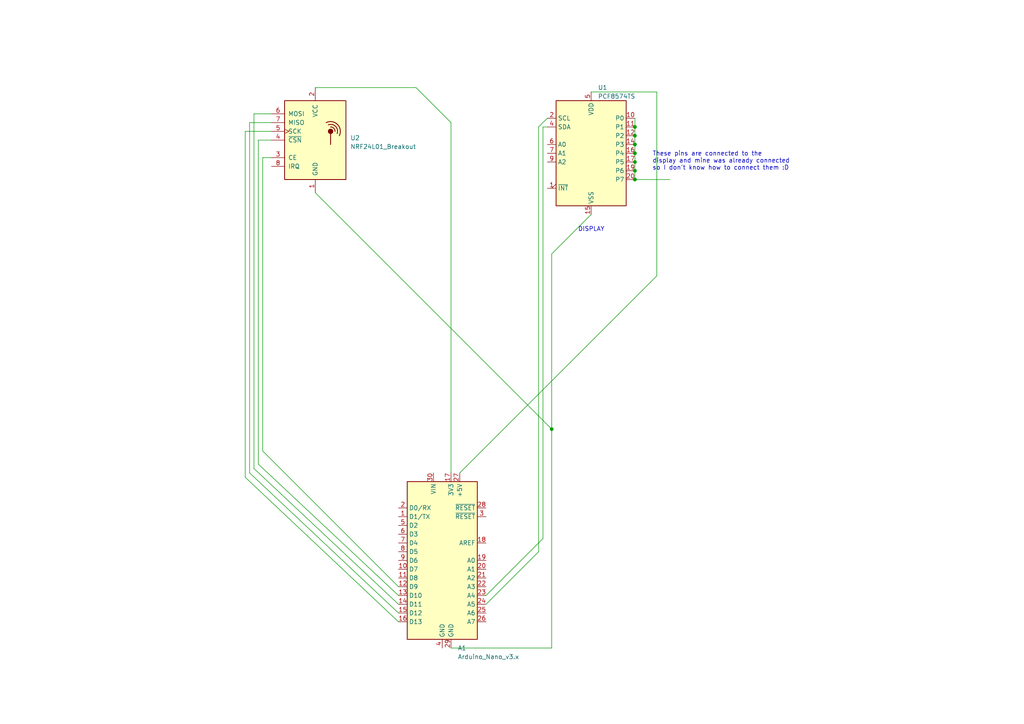
<source format=kicad_sch>
(kicad_sch (version 20230121) (generator eeschema)
  (paper "A4")
  (lib_symbols
    (symbol "Interface_Expansion:PCF8574TS"
      (property "Reference" "U" (at -8.89 16.51 0))
      (property "Value" "PCF8574TS" (at 3.81 16.51 0))
      (symbol "PCF8574TS_0_1"
        (rectangle (start -10.16 15.24) (end 10.16 -15.24) (stroke (width 0.254)) (fill (type background)))
      )
      (symbol "PCF8574TS_1_1"
        (pin open_collector output_low (at -12.7 -10.16 0) (length 2.54) (name "~{INT}") (number "1"))
        (pin bidirectional line (at 12.7 10.16 180) (length 2.54) (name "P0") (number "10"))
        (pin bidirectional line (at 12.7 7.62 180) (length 2.54) (name "P1") (number "11"))
        (pin bidirectional line (at 12.7 5.08 180) (length 2.54) (name "P2") (number "12"))
        (pin no_connect line (at -10.16 -5.08 0) (length 2.54) hide (name "NC") (number "13"))
        (pin bidirectional line (at 12.7 2.54 180) (length 2.54) (name "P3") (number "14"))
        (pin power_in line (at 0 -17.78 90) (length 2.54) (name "VSS") (number "15"))
        (pin bidirectional line (at 12.7 0 180) (length 2.54) (name "P4") (number "16"))
        (pin bidirectional line (at 12.7 -2.54 180) (length 2.54) (name "P5") (number "17"))
        (pin no_connect line (at -10.16 -7.62 0) (length 2.54) hide (name "NC") (number "18"))
        (pin bidirectional line (at 12.7 -5.08 180) (length 2.54) (name "P6") (number "19"))
        (pin input line (at -12.7 10.16 0) (length 2.54) (name "SCL") (number "2"))
        (pin bidirectional line (at 12.7 -7.62 180) (length 2.54) (name "P7") (number "20"))
        (pin no_connect line (at 10.16 -10.16 180) (length 2.54) hide (name "NC") (number "3"))
        (pin bidirectional line (at -12.7 7.62 0) (length 2.54) (name "SDA") (number "4"))
        (pin power_in line (at 0 17.78 270) (length 2.54) (name "VDD") (number "5"))
        (pin input line (at -12.7 2.54 0) (length 2.54) (name "A0") (number "6"))
        (pin input line (at -12.7 0 0) (length 2.54) (name "A1") (number "7"))
        (pin no_connect line (at 10.16 -12.7 180) (length 2.54) hide (name "NC") (number "8"))
        (pin input line (at -12.7 -2.54 0) (length 2.54) (name "A2") (number "9"))
      )
    )
    (symbol "MCU_Module:Arduino_Nano_v3.x"
      (property "Reference" "A" (at -10.16 23.495 0))
      (property "Value" "Arduino_Nano_v3.x" (at 5.08 -24.13 0))
      (symbol "Arduino_Nano_v3.x_0_1"
        (rectangle (start -10.16 22.86) (end 10.16 -22.86) (stroke (width 0.254)) (fill (type background)))
      )
      (symbol "Arduino_Nano_v3.x_1_1"
        (pin bidirectional line (at -12.7 12.7 0) (length 2.54) (name "D1/TX") (number "1"))
        (pin bidirectional line (at -12.7 -2.54 0) (length 2.54) (name "D7") (number "10"))
        (pin bidirectional line (at -12.7 -5.08 0) (length 2.54) (name "D8") (number "11"))
        (pin bidirectional line (at -12.7 -7.62 0) (length 2.54) (name "D9") (number "12"))
        (pin bidirectional line (at -12.7 -10.16 0) (length 2.54) (name "D10") (number "13"))
        (pin bidirectional line (at -12.7 -12.7 0) (length 2.54) (name "D11") (number "14"))
        (pin bidirectional line (at -12.7 -15.24 0) (length 2.54) (name "D12") (number "15"))
        (pin bidirectional line (at -12.7 -17.78 0) (length 2.54) (name "D13") (number "16"))
        (pin power_out line (at 2.54 25.4 270) (length 2.54) (name "3V3") (number "17"))
        (pin input line (at 12.7 5.08 180) (length 2.54) (name "AREF") (number "18"))
        (pin bidirectional line (at 12.7 0 180) (length 2.54) (name "A0") (number "19"))
        (pin bidirectional line (at -12.7 15.24 0) (length 2.54) (name "D0/RX") (number "2"))
        (pin bidirectional line (at 12.7 -2.54 180) (length 2.54) (name "A1") (number "20"))
        (pin bidirectional line (at 12.7 -5.08 180) (length 2.54) (name "A2") (number "21"))
        (pin bidirectional line (at 12.7 -7.62 180) (length 2.54) (name "A3") (number "22"))
        (pin bidirectional line (at 12.7 -10.16 180) (length 2.54) (name "A4") (number "23"))
        (pin bidirectional line (at 12.7 -12.7 180) (length 2.54) (name "A5") (number "24"))
        (pin bidirectional line (at 12.7 -15.24 180) (length 2.54) (name "A6") (number "25"))
        (pin bidirectional line (at 12.7 -17.78 180) (length 2.54) (name "A7") (number "26"))
        (pin power_out line (at 5.08 25.4 270) (length 2.54) (name "+5V") (number "27"))
        (pin input line (at 12.7 15.24 180) (length 2.54) (name "~{RESET}") (number "28"))
        (pin power_in line (at 2.54 -25.4 90) (length 2.54) (name "GND") (number "29"))
        (pin input line (at 12.7 12.7 180) (length 2.54) (name "~{RESET}") (number "3"))
        (pin power_in line (at -2.54 25.4 270) (length 2.54) (name "VIN") (number "30"))
        (pin power_in line (at 0 -25.4 90) (length 2.54) (name "GND") (number "4"))
        (pin bidirectional line (at -12.7 10.16 0) (length 2.54) (name "D2") (number "5"))
        (pin bidirectional line (at -12.7 7.62 0) (length 2.54) (name "D3") (number "6"))
        (pin bidirectional line (at -12.7 5.08 0) (length 2.54) (name "D4") (number "7"))
        (pin bidirectional line (at -12.7 2.54 0) (length 2.54) (name "D5") (number "8"))
        (pin bidirectional line (at -12.7 0 0) (length 2.54) (name "D6") (number "9"))
      )
    )
    (symbol "RF:NRF24L01_Breakout" (pin_names (offset 1.016))
      (property "Reference" "U" (at -8.89 12.7 0))
      (property "Value" "NRF24L01_Breakout" (at 3.81 12.7 0))
      (symbol "NRF24L01_Breakout_0_1"
        (rectangle (start -8.89 11.43) (end 8.89 -11.43) (stroke (width 0.254)) (fill (type background)))
        (polyline (pts (xy 4.445 1.905) (xy 4.445 -1.27)) (stroke (width 0.254)))
        (circle (center 4.445 2.54) (radius 0.635) (stroke (width 0.254)) (fill (type outline)))
        (arc (start 5.715 2.54) (mid 5.3521 3.4546) (end 4.445 3.81) (stroke (width 0.254)))
        (arc (start 6.35 1.905) (mid 5.8763 3.9854) (end 3.81 4.445) (stroke (width 0.254)))
        (arc (start 6.985 1.27) (mid 6.453 4.548) (end 3.175 5.08) (stroke (width 0.254)))
      )
      (symbol "NRF24L01_Breakout_1_1"
        (pin power_in line (at 0 -15.24 90) (length 3.81) (name "GND") (number "1"))
        (pin power_in line (at 0 15.24 270) (length 3.81) (name "VCC") (number "2"))
        (pin input line (at -12.7 -5.08 0) (length 3.81) (name "CE") (number "3"))
        (pin input line (at -12.7 0 0) (length 3.81) (name "~{CSN}") (number "4"))
        (pin input clock (at -12.7 2.54 0) (length 3.81) (name "SCK") (number "5"))
        (pin input line (at -12.7 7.62 0) (length 3.81) (name "MOSI") (number "6"))
        (pin output line (at -12.7 5.08 0) (length 3.81) (name "MISO") (number "7"))
        (pin output line (at -12.7 -7.62 0) (length 3.81) (name "IRQ") (number "8"))
      )
    )
  )
  (junction (at 184.15 52.07))
  (junction (at 184.15 44.45))
  (junction (at 160.02 124.46))
  (junction (at 184.15 46.99))
  (junction (at 184.15 49.53))
  (junction (at 184.15 41.91))
  (junction (at 184.15 36.83))
  (junction (at 184.15 39.37))
  (wire (pts (xy 76.2 130.81) (xy 115.57 170.18)))
  (wire (pts (xy 184.15 49.53) (xy 184.15 52.07)))
  (wire (pts (xy 72.39 35.56) (xy 72.39 137.16)))
  (wire (pts (xy 157.48 36.83) (xy 158.75 36.83)))
  (wire (pts (xy 156.21 36.83) (xy 158.75 34.29)))
  (wire (pts (xy 73.66 33.02) (xy 73.66 135.89)))
  (wire (pts (xy 171.45 26.67) (xy 190.5 26.67)))
  (wire (pts (xy 184.15 52.07) (xy 194.31 52.07)))
  (wire (pts (xy 76.2 45.72) (xy 76.2 130.81)))
  (wire (pts (xy 184.15 44.45) (xy 184.15 46.99)))
  (wire (pts (xy 74.93 134.62) (xy 115.57 172.72)))
  (wire (pts (xy 140.97 175.26) (xy 156.21 160.02)))
  (wire (pts (xy 160.02 124.46) (xy 91.44 55.88)))
  (wire (pts (xy 184.15 46.99) (xy 184.15 49.53)))
  (wire (pts (xy 72.39 35.56) (xy 78.74 35.56)))
  (wire (pts (xy 76.2 45.72) (xy 78.74 45.72)))
  (wire (pts (xy 91.44 25.4) (xy 120.65 25.4)))
  (wire (pts (xy 73.66 33.02) (xy 78.74 33.02)))
  (wire (pts (xy 184.15 39.37) (xy 184.15 41.91)))
  (wire (pts (xy 184.15 41.91) (xy 184.15 44.45)))
  (wire (pts (xy 157.48 36.83) (xy 157.48 156.21)))
  (wire (pts (xy 130.81 35.56) (xy 120.65 25.4)))
  (wire (pts (xy 156.21 160.02) (xy 156.21 36.83)))
  (wire (pts (xy 71.12 38.1) (xy 78.74 38.1)))
  (wire (pts (xy 130.81 137.16) (xy 130.81 35.56)))
  (wire (pts (xy 72.39 137.16) (xy 115.57 177.8)))
  (wire (pts (xy 184.15 34.29) (xy 184.15 36.83)))
  (wire (pts (xy 71.12 38.1) (xy 71.12 138.43)))
  (wire (pts (xy 73.66 135.89) (xy 115.57 175.26)))
  (wire (pts (xy 71.12 138.43) (xy 115.57 180.34)))
  (wire (pts (xy 160.02 73.66) (xy 171.45 62.23)))
  (wire (pts (xy 160.02 187.96) (xy 160.02 124.46)))
  (wire (pts (xy 184.15 36.83) (xy 184.15 39.37)))
  (wire (pts (xy 74.93 40.64) (xy 74.93 134.62)))
  (wire (pts (xy 157.48 156.21) (xy 140.97 172.72)))
  (wire (pts (xy 160.02 124.46) (xy 160.02 73.66)))
  (wire (pts (xy 190.5 80.01) (xy 133.35 137.16)))
  (wire (pts (xy 130.81 187.96) (xy 160.02 187.96)))
  (wire (pts (xy 190.5 26.67) (xy 190.5 80.01)))
  (wire (pts (xy 74.93 40.64) (xy 78.74 40.64)))
  (text "These pins are connected to the\ndisplay and mine was already connected\nso I don't know how to connect them :D\n" (at 189.23 49.53 0) (effects (font (size 1.27 1.27)) (justify left bottom)))
  (text "DISPLAY" (at 167.64 67.31 0) (effects (font (size 1.27 1.27)) (justify left bottom)))
  (symbol (lib_id "Interface_Expansion:PCF8574TS") (at 171.45 44.45 0) (unit 1)
    (property "Reference" "U1" (at 173.4059 25.4 0) (effects (justify left)))
    (property "Value" "PCF8574TS" (at 173.4059 27.94 0) (effects (justify left)))
    (property "Footprint" "Package_SO:SSOP-20_4.4x6.5mm_P0.65mm" (effects hide))
    (property "Datasheet" "http://www.nxp.com/documents/data_sheet/PCF8574_PCF8574A.pdf" (effects hide))
  )
  (symbol (lib_id "RF:NRF24L01_Breakout") (at 91.44 40.64 0) (unit 1)
    (property "Reference" "U2" (at 101.6 40.005 0) (effects (justify left)))
    (property "Value" "NRF24L01_Breakout" (at 101.6 42.545 0) (effects (justify left)))
    (property "Footprint" "RF_Module:nRF24L01_Breakout" (effects hide))
    (property "Datasheet" "http://www.nordicsemi.com/eng/content/download/2730/34105/file/nRF24L01_Product_Specification_v2_0.pdf" (effects hide))
  )
  (symbol (lib_id "MCU_Module:Arduino_Nano_v3.x") (at 128.27 162.56 0) (unit 1)
    (property "Reference" "A1" (at 132.7659 187.96 0) (effects (justify left)))
    (property "Value" "Arduino_Nano_v3.x" (at 132.7659 190.5 0) (effects (justify left)))
    (property "Footprint" "Module:Arduino_Nano" (effects hide))
    (property "Datasheet" "http://www.mouser.com/pdfdocs/Gravitech_Arduino_Nano3_0.pdf" (effects hide))
  )
)
</source>
